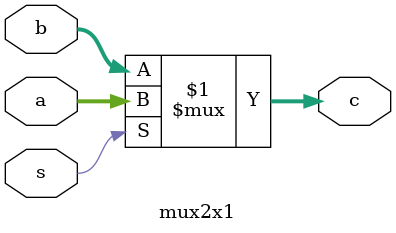
<source format=sv>
module mux2x1(input logic [3:0]a,b,input logic s, output logic [3:0]c);
	assign c = s ? a : b;
endmodule
</source>
